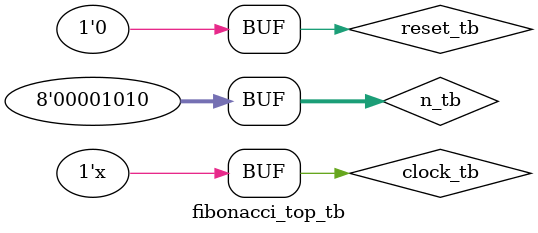
<source format=v>
`timescale 1ns/1ns

module fibonacci_top_tb #(parameter WIDTH_TB=8);
    reg clock_tb;
    reg reset_tb;
    wire [7:0] fibonacci_tb;
    reg [7:0] n_tb;

    fibonacci_top #(WIDTH_TB) fibonacci_top_inst(
    .clock(clock_tb),
    .reset(reset_tb),
    .fibonacci(fibonacci_tb),
    .n(n_tb)
    );

    // Gerando um clock
    always
    begin
        #5 clock_tb = ~clock_tb;
    end

    // InicializaÃ§Ã£o
    initial
    begin
        clock_tb = 0;
        reset_tb = 1;
        n_tb = 10; // Defina o valor de n conforme necessÃ¡rio

        //reset = 1;
        #10 reset_tb = 0;

        // Aguardar algum tempo para que os cÃ¡lculos ocorram
        #100;

        // Verificando os resultados
        // $display("Resultado Fibonacci: %d", fibonacci);
        // $finish;
    end

    // SimulaÃ§Ã£o de estÃ­mulo
    // always
    // begin
    //     #20 n = 5; 
    //     #20 n = 8; 
    //     #20 n = 12; 
    //     #20 n = 3; 
    //     #20 n = 6; 
    //     #20 n = 9; 
    //     $finish;
    // end

endmodule

</source>
